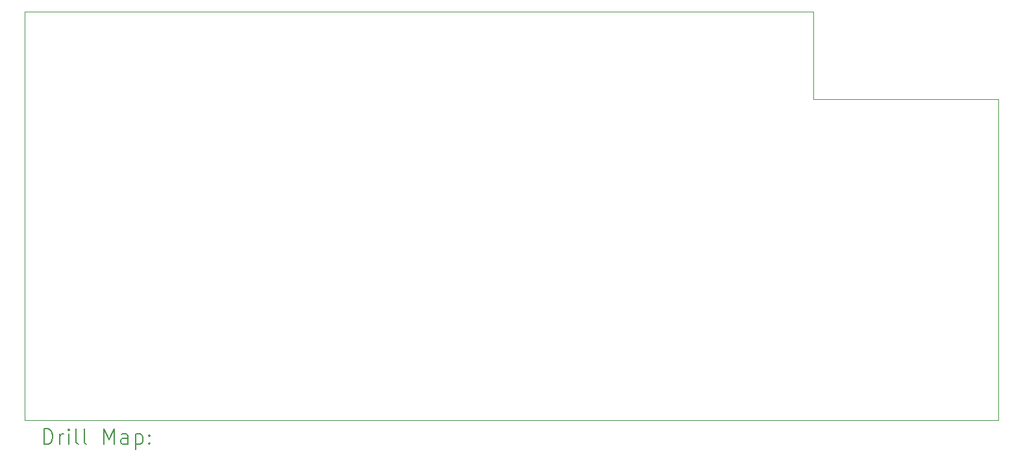
<source format=gbr>
%TF.GenerationSoftware,KiCad,Pcbnew,(6.0.7)*%
%TF.CreationDate,2022-10-12T10:21:14-05:00*%
%TF.ProjectId,CompaqPortableIIIexpansionbackplane,436f6d70-6171-4506-9f72-7461626c6549,rev?*%
%TF.SameCoordinates,Original*%
%TF.FileFunction,Drillmap*%
%TF.FilePolarity,Positive*%
%FSLAX45Y45*%
G04 Gerber Fmt 4.5, Leading zero omitted, Abs format (unit mm)*
G04 Created by KiCad (PCBNEW (6.0.7)) date 2022-10-12 10:21:14*
%MOMM*%
%LPD*%
G01*
G04 APERTURE LIST*
%ADD10C,0.100000*%
%ADD11C,0.200000*%
G04 APERTURE END LIST*
D10*
X8572500Y-12573000D02*
X21272500Y-12573000D01*
X21272500Y-8382000D02*
X18859500Y-8382000D01*
X21272500Y-12573000D02*
X21272500Y-8382000D01*
X8572500Y-7239000D02*
X18859500Y-7239000D01*
X8572500Y-7239000D02*
X8572500Y-12573000D01*
X18859500Y-7239000D02*
X18859500Y-8382000D01*
D11*
X8825119Y-12888476D02*
X8825119Y-12688476D01*
X8872738Y-12688476D01*
X8901310Y-12698000D01*
X8920357Y-12717048D01*
X8929881Y-12736095D01*
X8939405Y-12774190D01*
X8939405Y-12802762D01*
X8929881Y-12840857D01*
X8920357Y-12859905D01*
X8901310Y-12878952D01*
X8872738Y-12888476D01*
X8825119Y-12888476D01*
X9025119Y-12888476D02*
X9025119Y-12755143D01*
X9025119Y-12793238D02*
X9034643Y-12774190D01*
X9044167Y-12764667D01*
X9063214Y-12755143D01*
X9082262Y-12755143D01*
X9148929Y-12888476D02*
X9148929Y-12755143D01*
X9148929Y-12688476D02*
X9139405Y-12698000D01*
X9148929Y-12707524D01*
X9158452Y-12698000D01*
X9148929Y-12688476D01*
X9148929Y-12707524D01*
X9272738Y-12888476D02*
X9253690Y-12878952D01*
X9244167Y-12859905D01*
X9244167Y-12688476D01*
X9377500Y-12888476D02*
X9358452Y-12878952D01*
X9348929Y-12859905D01*
X9348929Y-12688476D01*
X9606071Y-12888476D02*
X9606071Y-12688476D01*
X9672738Y-12831333D01*
X9739405Y-12688476D01*
X9739405Y-12888476D01*
X9920357Y-12888476D02*
X9920357Y-12783714D01*
X9910833Y-12764667D01*
X9891786Y-12755143D01*
X9853690Y-12755143D01*
X9834643Y-12764667D01*
X9920357Y-12878952D02*
X9901310Y-12888476D01*
X9853690Y-12888476D01*
X9834643Y-12878952D01*
X9825119Y-12859905D01*
X9825119Y-12840857D01*
X9834643Y-12821809D01*
X9853690Y-12812286D01*
X9901310Y-12812286D01*
X9920357Y-12802762D01*
X10015595Y-12755143D02*
X10015595Y-12955143D01*
X10015595Y-12764667D02*
X10034643Y-12755143D01*
X10072738Y-12755143D01*
X10091786Y-12764667D01*
X10101310Y-12774190D01*
X10110833Y-12793238D01*
X10110833Y-12850381D01*
X10101310Y-12869428D01*
X10091786Y-12878952D01*
X10072738Y-12888476D01*
X10034643Y-12888476D01*
X10015595Y-12878952D01*
X10196548Y-12869428D02*
X10206071Y-12878952D01*
X10196548Y-12888476D01*
X10187024Y-12878952D01*
X10196548Y-12869428D01*
X10196548Y-12888476D01*
X10196548Y-12764667D02*
X10206071Y-12774190D01*
X10196548Y-12783714D01*
X10187024Y-12774190D01*
X10196548Y-12764667D01*
X10196548Y-12783714D01*
M02*

</source>
